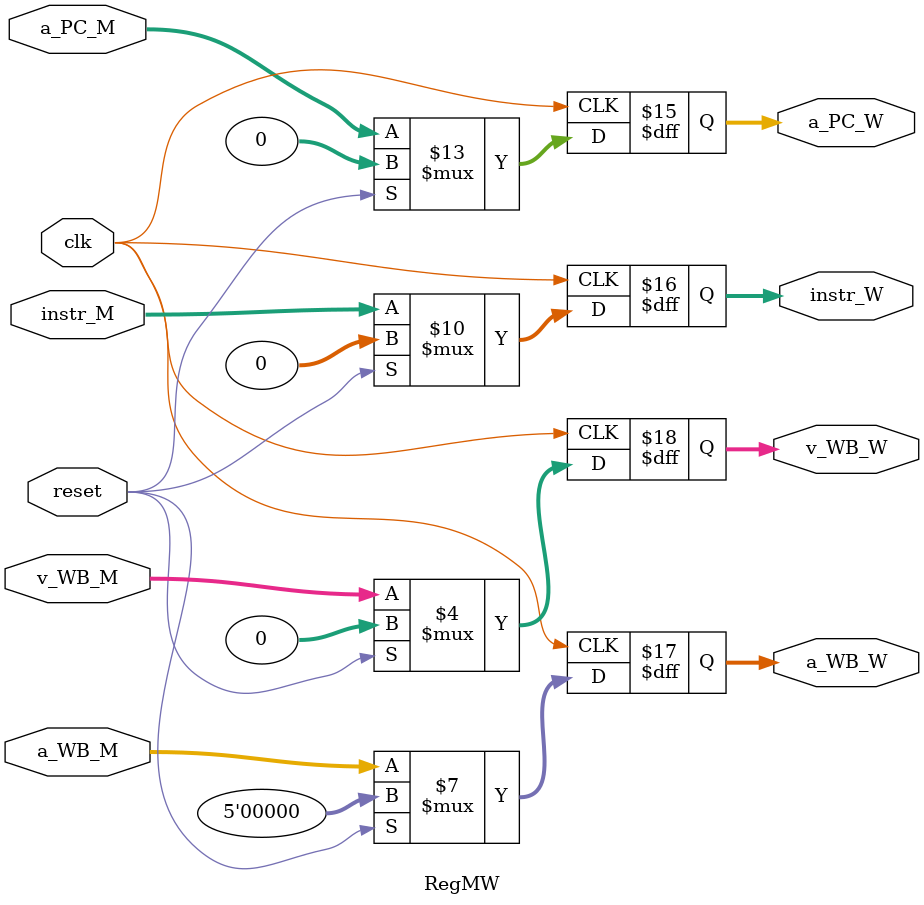
<source format=v>
`timescale 1ns / 1ps
module RegMW(
        input clk,
        input reset,
        
        input [31:0] a_PC_M,
        input [31:0] instr_M,
        input [4:0] a_WB_M,
        input [31:0] v_WB_M,
        
        output reg [31:0] a_PC_W,
        output reg [31:0] instr_W,
        output reg [4:0] a_WB_W,
        output reg [31:0] v_WB_W
    );

initial begin
    a_PC_W      <=  0;
    instr_W     <=  0;
    a_WB_W      <=  0;
    v_WB_W      <=  0;
end

    always@(posedge clk) begin
		if(reset) begin
            a_PC_W      <=  0;
            instr_W     <=  0;
            a_WB_W      <=  0;
            v_WB_W      <=  0;
		end
		else begin
			a_PC_W <= a_PC_M;
			instr_W <= instr_M;
			a_WB_W <= a_WB_M;
			v_WB_W <= v_WB_M;
		end
	end
endmodule

</source>
